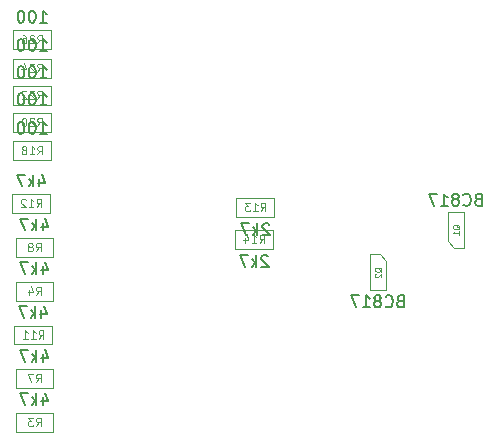
<source format=gbr>
G04 #@! TF.FileFunction,Other,Fab,Bot*
%FSLAX46Y46*%
G04 Gerber Fmt 4.6, Leading zero omitted, Abs format (unit mm)*
G04 Created by KiCad (PCBNEW 4.0.7) date 06/18/18 23:10:02*
%MOMM*%
%LPD*%
G01*
G04 APERTURE LIST*
%ADD10C,0.100000*%
%ADD11C,0.150000*%
%ADD12C,0.075000*%
%ADD13C,0.105000*%
G04 APERTURE END LIST*
D10*
X80400000Y-43150000D02*
X80400000Y-40700000D01*
X80950000Y-43720000D02*
X81800000Y-43720000D01*
X80400000Y-43150000D02*
X80950000Y-43720000D01*
X81800000Y-43720000D02*
X81800000Y-40680000D01*
X80400000Y-40680000D02*
X81800000Y-40680000D01*
X75200000Y-44850000D02*
X75200000Y-47300000D01*
X74650000Y-44280000D02*
X73800000Y-44280000D01*
X75200000Y-44850000D02*
X74650000Y-44280000D01*
X73800000Y-44280000D02*
X73800000Y-47320000D01*
X75200000Y-47320000D02*
X73800000Y-47320000D01*
X43800000Y-57700000D02*
X43800000Y-59300000D01*
X47000000Y-57700000D02*
X43800000Y-57700000D01*
X47000000Y-59300000D02*
X47000000Y-57700000D01*
X43800000Y-59300000D02*
X47000000Y-59300000D01*
X43800000Y-46600000D02*
X43800000Y-48200000D01*
X47000000Y-46600000D02*
X43800000Y-46600000D01*
X47000000Y-48200000D02*
X47000000Y-46600000D01*
X43800000Y-48200000D02*
X47000000Y-48200000D01*
X43800000Y-54000000D02*
X43800000Y-55600000D01*
X47000000Y-54000000D02*
X43800000Y-54000000D01*
X47000000Y-55600000D02*
X47000000Y-54000000D01*
X43800000Y-55600000D02*
X47000000Y-55600000D01*
X43800000Y-42900000D02*
X43800000Y-44500000D01*
X47000000Y-42900000D02*
X43800000Y-42900000D01*
X47000000Y-44500000D02*
X47000000Y-42900000D01*
X43800000Y-44500000D02*
X47000000Y-44500000D01*
X43700000Y-50300000D02*
X43700000Y-51900000D01*
X46900000Y-50300000D02*
X43700000Y-50300000D01*
X46900000Y-51900000D02*
X46900000Y-50300000D01*
X43700000Y-51900000D02*
X46900000Y-51900000D01*
X43525000Y-39175000D02*
X43525000Y-40775000D01*
X46725000Y-39175000D02*
X43525000Y-39175000D01*
X46725000Y-40775000D02*
X46725000Y-39175000D01*
X43525000Y-40775000D02*
X46725000Y-40775000D01*
X65700000Y-41100000D02*
X65700000Y-39500000D01*
X62500000Y-41100000D02*
X65700000Y-41100000D01*
X62500000Y-39500000D02*
X62500000Y-41100000D01*
X65700000Y-39500000D02*
X62500000Y-39500000D01*
X65600000Y-43800000D02*
X65600000Y-42200000D01*
X62400000Y-43800000D02*
X65600000Y-43800000D01*
X62400000Y-42200000D02*
X62400000Y-43800000D01*
X65600000Y-42200000D02*
X62400000Y-42200000D01*
X43600000Y-34700000D02*
X43600000Y-36300000D01*
X46800000Y-34700000D02*
X43600000Y-34700000D01*
X46800000Y-36300000D02*
X46800000Y-34700000D01*
X43600000Y-36300000D02*
X46800000Y-36300000D01*
X43600000Y-32300000D02*
X43600000Y-33900000D01*
X46800000Y-32300000D02*
X43600000Y-32300000D01*
X46800000Y-33900000D02*
X46800000Y-32300000D01*
X43600000Y-33900000D02*
X46800000Y-33900000D01*
X43600000Y-30000000D02*
X43600000Y-31600000D01*
X46800000Y-30000000D02*
X43600000Y-30000000D01*
X46800000Y-31600000D02*
X46800000Y-30000000D01*
X43600000Y-31600000D02*
X46800000Y-31600000D01*
X43600000Y-27700000D02*
X43600000Y-29300000D01*
X46800000Y-27700000D02*
X43600000Y-27700000D01*
X46800000Y-29300000D02*
X46800000Y-27700000D01*
X43600000Y-29300000D02*
X46800000Y-29300000D01*
X43600000Y-25300000D02*
X43600000Y-26900000D01*
X46800000Y-25300000D02*
X43600000Y-25300000D01*
X46800000Y-26900000D02*
X46800000Y-25300000D01*
X43600000Y-26900000D02*
X46800000Y-26900000D01*
D11*
X82957142Y-39628571D02*
X82814285Y-39676190D01*
X82766666Y-39723810D01*
X82719047Y-39819048D01*
X82719047Y-39961905D01*
X82766666Y-40057143D01*
X82814285Y-40104762D01*
X82909523Y-40152381D01*
X83290476Y-40152381D01*
X83290476Y-39152381D01*
X82957142Y-39152381D01*
X82861904Y-39200000D01*
X82814285Y-39247619D01*
X82766666Y-39342857D01*
X82766666Y-39438095D01*
X82814285Y-39533333D01*
X82861904Y-39580952D01*
X82957142Y-39628571D01*
X83290476Y-39628571D01*
X81719047Y-40057143D02*
X81766666Y-40104762D01*
X81909523Y-40152381D01*
X82004761Y-40152381D01*
X82147619Y-40104762D01*
X82242857Y-40009524D01*
X82290476Y-39914286D01*
X82338095Y-39723810D01*
X82338095Y-39580952D01*
X82290476Y-39390476D01*
X82242857Y-39295238D01*
X82147619Y-39200000D01*
X82004761Y-39152381D01*
X81909523Y-39152381D01*
X81766666Y-39200000D01*
X81719047Y-39247619D01*
X81147619Y-39580952D02*
X81242857Y-39533333D01*
X81290476Y-39485714D01*
X81338095Y-39390476D01*
X81338095Y-39342857D01*
X81290476Y-39247619D01*
X81242857Y-39200000D01*
X81147619Y-39152381D01*
X80957142Y-39152381D01*
X80861904Y-39200000D01*
X80814285Y-39247619D01*
X80766666Y-39342857D01*
X80766666Y-39390476D01*
X80814285Y-39485714D01*
X80861904Y-39533333D01*
X80957142Y-39580952D01*
X81147619Y-39580952D01*
X81242857Y-39628571D01*
X81290476Y-39676190D01*
X81338095Y-39771429D01*
X81338095Y-39961905D01*
X81290476Y-40057143D01*
X81242857Y-40104762D01*
X81147619Y-40152381D01*
X80957142Y-40152381D01*
X80861904Y-40104762D01*
X80814285Y-40057143D01*
X80766666Y-39961905D01*
X80766666Y-39771429D01*
X80814285Y-39676190D01*
X80861904Y-39628571D01*
X80957142Y-39580952D01*
X79814285Y-40152381D02*
X80385714Y-40152381D01*
X80100000Y-40152381D02*
X80100000Y-39152381D01*
X80195238Y-39295238D01*
X80290476Y-39390476D01*
X80385714Y-39438095D01*
X79480952Y-39152381D02*
X78814285Y-39152381D01*
X79242857Y-40152381D01*
D12*
X81373810Y-42152381D02*
X81350000Y-42104762D01*
X81302381Y-42057143D01*
X81230952Y-41985714D01*
X81207143Y-41938095D01*
X81207143Y-41890476D01*
X81326190Y-41914286D02*
X81302381Y-41866667D01*
X81254762Y-41819048D01*
X81159524Y-41795238D01*
X80992857Y-41795238D01*
X80897619Y-41819048D01*
X80850000Y-41866667D01*
X80826190Y-41914286D01*
X80826190Y-42009524D01*
X80850000Y-42057143D01*
X80897619Y-42104762D01*
X80992857Y-42128571D01*
X81159524Y-42128571D01*
X81254762Y-42104762D01*
X81302381Y-42057143D01*
X81326190Y-42009524D01*
X81326190Y-41914286D01*
X81326190Y-42604762D02*
X81326190Y-42319048D01*
X81326190Y-42461905D02*
X80826190Y-42461905D01*
X80897619Y-42414286D01*
X80945238Y-42366667D01*
X80969048Y-42319048D01*
D11*
X76357142Y-48228571D02*
X76214285Y-48276190D01*
X76166666Y-48323810D01*
X76119047Y-48419048D01*
X76119047Y-48561905D01*
X76166666Y-48657143D01*
X76214285Y-48704762D01*
X76309523Y-48752381D01*
X76690476Y-48752381D01*
X76690476Y-47752381D01*
X76357142Y-47752381D01*
X76261904Y-47800000D01*
X76214285Y-47847619D01*
X76166666Y-47942857D01*
X76166666Y-48038095D01*
X76214285Y-48133333D01*
X76261904Y-48180952D01*
X76357142Y-48228571D01*
X76690476Y-48228571D01*
X75119047Y-48657143D02*
X75166666Y-48704762D01*
X75309523Y-48752381D01*
X75404761Y-48752381D01*
X75547619Y-48704762D01*
X75642857Y-48609524D01*
X75690476Y-48514286D01*
X75738095Y-48323810D01*
X75738095Y-48180952D01*
X75690476Y-47990476D01*
X75642857Y-47895238D01*
X75547619Y-47800000D01*
X75404761Y-47752381D01*
X75309523Y-47752381D01*
X75166666Y-47800000D01*
X75119047Y-47847619D01*
X74547619Y-48180952D02*
X74642857Y-48133333D01*
X74690476Y-48085714D01*
X74738095Y-47990476D01*
X74738095Y-47942857D01*
X74690476Y-47847619D01*
X74642857Y-47800000D01*
X74547619Y-47752381D01*
X74357142Y-47752381D01*
X74261904Y-47800000D01*
X74214285Y-47847619D01*
X74166666Y-47942857D01*
X74166666Y-47990476D01*
X74214285Y-48085714D01*
X74261904Y-48133333D01*
X74357142Y-48180952D01*
X74547619Y-48180952D01*
X74642857Y-48228571D01*
X74690476Y-48276190D01*
X74738095Y-48371429D01*
X74738095Y-48561905D01*
X74690476Y-48657143D01*
X74642857Y-48704762D01*
X74547619Y-48752381D01*
X74357142Y-48752381D01*
X74261904Y-48704762D01*
X74214285Y-48657143D01*
X74166666Y-48561905D01*
X74166666Y-48371429D01*
X74214285Y-48276190D01*
X74261904Y-48228571D01*
X74357142Y-48180952D01*
X73214285Y-48752381D02*
X73785714Y-48752381D01*
X73500000Y-48752381D02*
X73500000Y-47752381D01*
X73595238Y-47895238D01*
X73690476Y-47990476D01*
X73785714Y-48038095D01*
X72880952Y-47752381D02*
X72214285Y-47752381D01*
X72642857Y-48752381D01*
D12*
X74773810Y-45752381D02*
X74750000Y-45704762D01*
X74702381Y-45657143D01*
X74630952Y-45585714D01*
X74607143Y-45538095D01*
X74607143Y-45490476D01*
X74726190Y-45514286D02*
X74702381Y-45466667D01*
X74654762Y-45419048D01*
X74559524Y-45395238D01*
X74392857Y-45395238D01*
X74297619Y-45419048D01*
X74250000Y-45466667D01*
X74226190Y-45514286D01*
X74226190Y-45609524D01*
X74250000Y-45657143D01*
X74297619Y-45704762D01*
X74392857Y-45728571D01*
X74559524Y-45728571D01*
X74654762Y-45704762D01*
X74702381Y-45657143D01*
X74726190Y-45609524D01*
X74726190Y-45514286D01*
X74273810Y-45919048D02*
X74250000Y-45942858D01*
X74226190Y-45990477D01*
X74226190Y-46109524D01*
X74250000Y-46157143D01*
X74273810Y-46180953D01*
X74321429Y-46204762D01*
X74369048Y-46204762D01*
X74440476Y-46180953D01*
X74726190Y-45895239D01*
X74726190Y-46204762D01*
D11*
X46090476Y-56385714D02*
X46090476Y-57052381D01*
X46328572Y-56004762D02*
X46566667Y-56719048D01*
X45947619Y-56719048D01*
X45566667Y-57052381D02*
X45566667Y-56052381D01*
X45471429Y-56671429D02*
X45185714Y-57052381D01*
X45185714Y-56385714D02*
X45566667Y-56766667D01*
X44852381Y-56052381D02*
X44185714Y-56052381D01*
X44614286Y-57052381D01*
D13*
X45516666Y-58816667D02*
X45750000Y-58483333D01*
X45916666Y-58816667D02*
X45916666Y-58116667D01*
X45650000Y-58116667D01*
X45583333Y-58150000D01*
X45550000Y-58183333D01*
X45516666Y-58250000D01*
X45516666Y-58350000D01*
X45550000Y-58416667D01*
X45583333Y-58450000D01*
X45650000Y-58483333D01*
X45916666Y-58483333D01*
X45283333Y-58116667D02*
X44850000Y-58116667D01*
X45083333Y-58383333D01*
X44983333Y-58383333D01*
X44916666Y-58416667D01*
X44883333Y-58450000D01*
X44850000Y-58516667D01*
X44850000Y-58683333D01*
X44883333Y-58750000D01*
X44916666Y-58783333D01*
X44983333Y-58816667D01*
X45183333Y-58816667D01*
X45250000Y-58783333D01*
X45283333Y-58750000D01*
D11*
X46090476Y-45285714D02*
X46090476Y-45952381D01*
X46328572Y-44904762D02*
X46566667Y-45619048D01*
X45947619Y-45619048D01*
X45566667Y-45952381D02*
X45566667Y-44952381D01*
X45471429Y-45571429D02*
X45185714Y-45952381D01*
X45185714Y-45285714D02*
X45566667Y-45666667D01*
X44852381Y-44952381D02*
X44185714Y-44952381D01*
X44614286Y-45952381D01*
D13*
X45516666Y-47716667D02*
X45750000Y-47383333D01*
X45916666Y-47716667D02*
X45916666Y-47016667D01*
X45650000Y-47016667D01*
X45583333Y-47050000D01*
X45550000Y-47083333D01*
X45516666Y-47150000D01*
X45516666Y-47250000D01*
X45550000Y-47316667D01*
X45583333Y-47350000D01*
X45650000Y-47383333D01*
X45916666Y-47383333D01*
X44916666Y-47250000D02*
X44916666Y-47716667D01*
X45083333Y-46983333D02*
X45250000Y-47483333D01*
X44816666Y-47483333D01*
D11*
X46090476Y-52685714D02*
X46090476Y-53352381D01*
X46328572Y-52304762D02*
X46566667Y-53019048D01*
X45947619Y-53019048D01*
X45566667Y-53352381D02*
X45566667Y-52352381D01*
X45471429Y-52971429D02*
X45185714Y-53352381D01*
X45185714Y-52685714D02*
X45566667Y-53066667D01*
X44852381Y-52352381D02*
X44185714Y-52352381D01*
X44614286Y-53352381D01*
D13*
X45516666Y-55116667D02*
X45750000Y-54783333D01*
X45916666Y-55116667D02*
X45916666Y-54416667D01*
X45650000Y-54416667D01*
X45583333Y-54450000D01*
X45550000Y-54483333D01*
X45516666Y-54550000D01*
X45516666Y-54650000D01*
X45550000Y-54716667D01*
X45583333Y-54750000D01*
X45650000Y-54783333D01*
X45916666Y-54783333D01*
X45283333Y-54416667D02*
X44816666Y-54416667D01*
X45116666Y-55116667D01*
D11*
X46090476Y-41585714D02*
X46090476Y-42252381D01*
X46328572Y-41204762D02*
X46566667Y-41919048D01*
X45947619Y-41919048D01*
X45566667Y-42252381D02*
X45566667Y-41252381D01*
X45471429Y-41871429D02*
X45185714Y-42252381D01*
X45185714Y-41585714D02*
X45566667Y-41966667D01*
X44852381Y-41252381D02*
X44185714Y-41252381D01*
X44614286Y-42252381D01*
D13*
X45516666Y-44016667D02*
X45750000Y-43683333D01*
X45916666Y-44016667D02*
X45916666Y-43316667D01*
X45650000Y-43316667D01*
X45583333Y-43350000D01*
X45550000Y-43383333D01*
X45516666Y-43450000D01*
X45516666Y-43550000D01*
X45550000Y-43616667D01*
X45583333Y-43650000D01*
X45650000Y-43683333D01*
X45916666Y-43683333D01*
X45116666Y-43616667D02*
X45183333Y-43583333D01*
X45216666Y-43550000D01*
X45250000Y-43483333D01*
X45250000Y-43450000D01*
X45216666Y-43383333D01*
X45183333Y-43350000D01*
X45116666Y-43316667D01*
X44983333Y-43316667D01*
X44916666Y-43350000D01*
X44883333Y-43383333D01*
X44850000Y-43450000D01*
X44850000Y-43483333D01*
X44883333Y-43550000D01*
X44916666Y-43583333D01*
X44983333Y-43616667D01*
X45116666Y-43616667D01*
X45183333Y-43650000D01*
X45216666Y-43683333D01*
X45250000Y-43750000D01*
X45250000Y-43883333D01*
X45216666Y-43950000D01*
X45183333Y-43983333D01*
X45116666Y-44016667D01*
X44983333Y-44016667D01*
X44916666Y-43983333D01*
X44883333Y-43950000D01*
X44850000Y-43883333D01*
X44850000Y-43750000D01*
X44883333Y-43683333D01*
X44916666Y-43650000D01*
X44983333Y-43616667D01*
D11*
X45990476Y-48985714D02*
X45990476Y-49652381D01*
X46228572Y-48604762D02*
X46466667Y-49319048D01*
X45847619Y-49319048D01*
X45466667Y-49652381D02*
X45466667Y-48652381D01*
X45371429Y-49271429D02*
X45085714Y-49652381D01*
X45085714Y-48985714D02*
X45466667Y-49366667D01*
X44752381Y-48652381D02*
X44085714Y-48652381D01*
X44514286Y-49652381D01*
D13*
X45750000Y-51416667D02*
X45983334Y-51083333D01*
X46150000Y-51416667D02*
X46150000Y-50716667D01*
X45883334Y-50716667D01*
X45816667Y-50750000D01*
X45783334Y-50783333D01*
X45750000Y-50850000D01*
X45750000Y-50950000D01*
X45783334Y-51016667D01*
X45816667Y-51050000D01*
X45883334Y-51083333D01*
X46150000Y-51083333D01*
X45083334Y-51416667D02*
X45483334Y-51416667D01*
X45283334Y-51416667D02*
X45283334Y-50716667D01*
X45350000Y-50816667D01*
X45416667Y-50883333D01*
X45483334Y-50916667D01*
X44416667Y-51416667D02*
X44816667Y-51416667D01*
X44616667Y-51416667D02*
X44616667Y-50716667D01*
X44683333Y-50816667D01*
X44750000Y-50883333D01*
X44816667Y-50916667D01*
D11*
X45815476Y-37860714D02*
X45815476Y-38527381D01*
X46053572Y-37479762D02*
X46291667Y-38194048D01*
X45672619Y-38194048D01*
X45291667Y-38527381D02*
X45291667Y-37527381D01*
X45196429Y-38146429D02*
X44910714Y-38527381D01*
X44910714Y-37860714D02*
X45291667Y-38241667D01*
X44577381Y-37527381D02*
X43910714Y-37527381D01*
X44339286Y-38527381D01*
D13*
X45575000Y-40291667D02*
X45808334Y-39958333D01*
X45975000Y-40291667D02*
X45975000Y-39591667D01*
X45708334Y-39591667D01*
X45641667Y-39625000D01*
X45608334Y-39658333D01*
X45575000Y-39725000D01*
X45575000Y-39825000D01*
X45608334Y-39891667D01*
X45641667Y-39925000D01*
X45708334Y-39958333D01*
X45975000Y-39958333D01*
X44908334Y-40291667D02*
X45308334Y-40291667D01*
X45108334Y-40291667D02*
X45108334Y-39591667D01*
X45175000Y-39691667D01*
X45241667Y-39758333D01*
X45308334Y-39791667D01*
X44641667Y-39658333D02*
X44608333Y-39625000D01*
X44541667Y-39591667D01*
X44375000Y-39591667D01*
X44308333Y-39625000D01*
X44275000Y-39658333D01*
X44241667Y-39725000D01*
X44241667Y-39791667D01*
X44275000Y-39891667D01*
X44675000Y-40291667D01*
X44241667Y-40291667D01*
D11*
X65266667Y-41747619D02*
X65219048Y-41700000D01*
X65123810Y-41652381D01*
X64885714Y-41652381D01*
X64790476Y-41700000D01*
X64742857Y-41747619D01*
X64695238Y-41842857D01*
X64695238Y-41938095D01*
X64742857Y-42080952D01*
X65314286Y-42652381D01*
X64695238Y-42652381D01*
X64266667Y-42652381D02*
X64266667Y-41652381D01*
X64171429Y-42271429D02*
X63885714Y-42652381D01*
X63885714Y-41985714D02*
X64266667Y-42366667D01*
X63552381Y-41652381D02*
X62885714Y-41652381D01*
X63314286Y-42652381D01*
D13*
X64550000Y-40616667D02*
X64783334Y-40283333D01*
X64950000Y-40616667D02*
X64950000Y-39916667D01*
X64683334Y-39916667D01*
X64616667Y-39950000D01*
X64583334Y-39983333D01*
X64550000Y-40050000D01*
X64550000Y-40150000D01*
X64583334Y-40216667D01*
X64616667Y-40250000D01*
X64683334Y-40283333D01*
X64950000Y-40283333D01*
X63883334Y-40616667D02*
X64283334Y-40616667D01*
X64083334Y-40616667D02*
X64083334Y-39916667D01*
X64150000Y-40016667D01*
X64216667Y-40083333D01*
X64283334Y-40116667D01*
X63650000Y-39916667D02*
X63216667Y-39916667D01*
X63450000Y-40183333D01*
X63350000Y-40183333D01*
X63283333Y-40216667D01*
X63250000Y-40250000D01*
X63216667Y-40316667D01*
X63216667Y-40483333D01*
X63250000Y-40550000D01*
X63283333Y-40583333D01*
X63350000Y-40616667D01*
X63550000Y-40616667D01*
X63616667Y-40583333D01*
X63650000Y-40550000D01*
D11*
X65166667Y-44447619D02*
X65119048Y-44400000D01*
X65023810Y-44352381D01*
X64785714Y-44352381D01*
X64690476Y-44400000D01*
X64642857Y-44447619D01*
X64595238Y-44542857D01*
X64595238Y-44638095D01*
X64642857Y-44780952D01*
X65214286Y-45352381D01*
X64595238Y-45352381D01*
X64166667Y-45352381D02*
X64166667Y-44352381D01*
X64071429Y-44971429D02*
X63785714Y-45352381D01*
X63785714Y-44685714D02*
X64166667Y-45066667D01*
X63452381Y-44352381D02*
X62785714Y-44352381D01*
X63214286Y-45352381D01*
D13*
X64450000Y-43316667D02*
X64683334Y-42983333D01*
X64850000Y-43316667D02*
X64850000Y-42616667D01*
X64583334Y-42616667D01*
X64516667Y-42650000D01*
X64483334Y-42683333D01*
X64450000Y-42750000D01*
X64450000Y-42850000D01*
X64483334Y-42916667D01*
X64516667Y-42950000D01*
X64583334Y-42983333D01*
X64850000Y-42983333D01*
X63783334Y-43316667D02*
X64183334Y-43316667D01*
X63983334Y-43316667D02*
X63983334Y-42616667D01*
X64050000Y-42716667D01*
X64116667Y-42783333D01*
X64183334Y-42816667D01*
X63183333Y-42850000D02*
X63183333Y-43316667D01*
X63350000Y-42583333D02*
X63516667Y-43083333D01*
X63083333Y-43083333D01*
D11*
X45866666Y-34052381D02*
X46438095Y-34052381D01*
X46152381Y-34052381D02*
X46152381Y-33052381D01*
X46247619Y-33195238D01*
X46342857Y-33290476D01*
X46438095Y-33338095D01*
X45247619Y-33052381D02*
X45152380Y-33052381D01*
X45057142Y-33100000D01*
X45009523Y-33147619D01*
X44961904Y-33242857D01*
X44914285Y-33433333D01*
X44914285Y-33671429D01*
X44961904Y-33861905D01*
X45009523Y-33957143D01*
X45057142Y-34004762D01*
X45152380Y-34052381D01*
X45247619Y-34052381D01*
X45342857Y-34004762D01*
X45390476Y-33957143D01*
X45438095Y-33861905D01*
X45485714Y-33671429D01*
X45485714Y-33433333D01*
X45438095Y-33242857D01*
X45390476Y-33147619D01*
X45342857Y-33100000D01*
X45247619Y-33052381D01*
X44295238Y-33052381D02*
X44199999Y-33052381D01*
X44104761Y-33100000D01*
X44057142Y-33147619D01*
X44009523Y-33242857D01*
X43961904Y-33433333D01*
X43961904Y-33671429D01*
X44009523Y-33861905D01*
X44057142Y-33957143D01*
X44104761Y-34004762D01*
X44199999Y-34052381D01*
X44295238Y-34052381D01*
X44390476Y-34004762D01*
X44438095Y-33957143D01*
X44485714Y-33861905D01*
X44533333Y-33671429D01*
X44533333Y-33433333D01*
X44485714Y-33242857D01*
X44438095Y-33147619D01*
X44390476Y-33100000D01*
X44295238Y-33052381D01*
D13*
X45650000Y-35816667D02*
X45883334Y-35483333D01*
X46050000Y-35816667D02*
X46050000Y-35116667D01*
X45783334Y-35116667D01*
X45716667Y-35150000D01*
X45683334Y-35183333D01*
X45650000Y-35250000D01*
X45650000Y-35350000D01*
X45683334Y-35416667D01*
X45716667Y-35450000D01*
X45783334Y-35483333D01*
X46050000Y-35483333D01*
X44983334Y-35816667D02*
X45383334Y-35816667D01*
X45183334Y-35816667D02*
X45183334Y-35116667D01*
X45250000Y-35216667D01*
X45316667Y-35283333D01*
X45383334Y-35316667D01*
X44583333Y-35416667D02*
X44650000Y-35383333D01*
X44683333Y-35350000D01*
X44716667Y-35283333D01*
X44716667Y-35250000D01*
X44683333Y-35183333D01*
X44650000Y-35150000D01*
X44583333Y-35116667D01*
X44450000Y-35116667D01*
X44383333Y-35150000D01*
X44350000Y-35183333D01*
X44316667Y-35250000D01*
X44316667Y-35283333D01*
X44350000Y-35350000D01*
X44383333Y-35383333D01*
X44450000Y-35416667D01*
X44583333Y-35416667D01*
X44650000Y-35450000D01*
X44683333Y-35483333D01*
X44716667Y-35550000D01*
X44716667Y-35683333D01*
X44683333Y-35750000D01*
X44650000Y-35783333D01*
X44583333Y-35816667D01*
X44450000Y-35816667D01*
X44383333Y-35783333D01*
X44350000Y-35750000D01*
X44316667Y-35683333D01*
X44316667Y-35550000D01*
X44350000Y-35483333D01*
X44383333Y-35450000D01*
X44450000Y-35416667D01*
D11*
X45866666Y-31652381D02*
X46438095Y-31652381D01*
X46152381Y-31652381D02*
X46152381Y-30652381D01*
X46247619Y-30795238D01*
X46342857Y-30890476D01*
X46438095Y-30938095D01*
X45247619Y-30652381D02*
X45152380Y-30652381D01*
X45057142Y-30700000D01*
X45009523Y-30747619D01*
X44961904Y-30842857D01*
X44914285Y-31033333D01*
X44914285Y-31271429D01*
X44961904Y-31461905D01*
X45009523Y-31557143D01*
X45057142Y-31604762D01*
X45152380Y-31652381D01*
X45247619Y-31652381D01*
X45342857Y-31604762D01*
X45390476Y-31557143D01*
X45438095Y-31461905D01*
X45485714Y-31271429D01*
X45485714Y-31033333D01*
X45438095Y-30842857D01*
X45390476Y-30747619D01*
X45342857Y-30700000D01*
X45247619Y-30652381D01*
X44295238Y-30652381D02*
X44199999Y-30652381D01*
X44104761Y-30700000D01*
X44057142Y-30747619D01*
X44009523Y-30842857D01*
X43961904Y-31033333D01*
X43961904Y-31271429D01*
X44009523Y-31461905D01*
X44057142Y-31557143D01*
X44104761Y-31604762D01*
X44199999Y-31652381D01*
X44295238Y-31652381D01*
X44390476Y-31604762D01*
X44438095Y-31557143D01*
X44485714Y-31461905D01*
X44533333Y-31271429D01*
X44533333Y-31033333D01*
X44485714Y-30842857D01*
X44438095Y-30747619D01*
X44390476Y-30700000D01*
X44295238Y-30652381D01*
D13*
X45650000Y-33416667D02*
X45883334Y-33083333D01*
X46050000Y-33416667D02*
X46050000Y-32716667D01*
X45783334Y-32716667D01*
X45716667Y-32750000D01*
X45683334Y-32783333D01*
X45650000Y-32850000D01*
X45650000Y-32950000D01*
X45683334Y-33016667D01*
X45716667Y-33050000D01*
X45783334Y-33083333D01*
X46050000Y-33083333D01*
X45383334Y-32783333D02*
X45350000Y-32750000D01*
X45283334Y-32716667D01*
X45116667Y-32716667D01*
X45050000Y-32750000D01*
X45016667Y-32783333D01*
X44983334Y-32850000D01*
X44983334Y-32916667D01*
X45016667Y-33016667D01*
X45416667Y-33416667D01*
X44983334Y-33416667D01*
X44550000Y-32716667D02*
X44483333Y-32716667D01*
X44416667Y-32750000D01*
X44383333Y-32783333D01*
X44350000Y-32850000D01*
X44316667Y-32983333D01*
X44316667Y-33150000D01*
X44350000Y-33283333D01*
X44383333Y-33350000D01*
X44416667Y-33383333D01*
X44483333Y-33416667D01*
X44550000Y-33416667D01*
X44616667Y-33383333D01*
X44650000Y-33350000D01*
X44683333Y-33283333D01*
X44716667Y-33150000D01*
X44716667Y-32983333D01*
X44683333Y-32850000D01*
X44650000Y-32783333D01*
X44616667Y-32750000D01*
X44550000Y-32716667D01*
D11*
X45866666Y-29352381D02*
X46438095Y-29352381D01*
X46152381Y-29352381D02*
X46152381Y-28352381D01*
X46247619Y-28495238D01*
X46342857Y-28590476D01*
X46438095Y-28638095D01*
X45247619Y-28352381D02*
X45152380Y-28352381D01*
X45057142Y-28400000D01*
X45009523Y-28447619D01*
X44961904Y-28542857D01*
X44914285Y-28733333D01*
X44914285Y-28971429D01*
X44961904Y-29161905D01*
X45009523Y-29257143D01*
X45057142Y-29304762D01*
X45152380Y-29352381D01*
X45247619Y-29352381D01*
X45342857Y-29304762D01*
X45390476Y-29257143D01*
X45438095Y-29161905D01*
X45485714Y-28971429D01*
X45485714Y-28733333D01*
X45438095Y-28542857D01*
X45390476Y-28447619D01*
X45342857Y-28400000D01*
X45247619Y-28352381D01*
X44295238Y-28352381D02*
X44199999Y-28352381D01*
X44104761Y-28400000D01*
X44057142Y-28447619D01*
X44009523Y-28542857D01*
X43961904Y-28733333D01*
X43961904Y-28971429D01*
X44009523Y-29161905D01*
X44057142Y-29257143D01*
X44104761Y-29304762D01*
X44199999Y-29352381D01*
X44295238Y-29352381D01*
X44390476Y-29304762D01*
X44438095Y-29257143D01*
X44485714Y-29161905D01*
X44533333Y-28971429D01*
X44533333Y-28733333D01*
X44485714Y-28542857D01*
X44438095Y-28447619D01*
X44390476Y-28400000D01*
X44295238Y-28352381D01*
D13*
X45650000Y-31116667D02*
X45883334Y-30783333D01*
X46050000Y-31116667D02*
X46050000Y-30416667D01*
X45783334Y-30416667D01*
X45716667Y-30450000D01*
X45683334Y-30483333D01*
X45650000Y-30550000D01*
X45650000Y-30650000D01*
X45683334Y-30716667D01*
X45716667Y-30750000D01*
X45783334Y-30783333D01*
X46050000Y-30783333D01*
X45383334Y-30483333D02*
X45350000Y-30450000D01*
X45283334Y-30416667D01*
X45116667Y-30416667D01*
X45050000Y-30450000D01*
X45016667Y-30483333D01*
X44983334Y-30550000D01*
X44983334Y-30616667D01*
X45016667Y-30716667D01*
X45416667Y-31116667D01*
X44983334Y-31116667D01*
X44716667Y-30483333D02*
X44683333Y-30450000D01*
X44616667Y-30416667D01*
X44450000Y-30416667D01*
X44383333Y-30450000D01*
X44350000Y-30483333D01*
X44316667Y-30550000D01*
X44316667Y-30616667D01*
X44350000Y-30716667D01*
X44750000Y-31116667D01*
X44316667Y-31116667D01*
D11*
X45866666Y-27052381D02*
X46438095Y-27052381D01*
X46152381Y-27052381D02*
X46152381Y-26052381D01*
X46247619Y-26195238D01*
X46342857Y-26290476D01*
X46438095Y-26338095D01*
X45247619Y-26052381D02*
X45152380Y-26052381D01*
X45057142Y-26100000D01*
X45009523Y-26147619D01*
X44961904Y-26242857D01*
X44914285Y-26433333D01*
X44914285Y-26671429D01*
X44961904Y-26861905D01*
X45009523Y-26957143D01*
X45057142Y-27004762D01*
X45152380Y-27052381D01*
X45247619Y-27052381D01*
X45342857Y-27004762D01*
X45390476Y-26957143D01*
X45438095Y-26861905D01*
X45485714Y-26671429D01*
X45485714Y-26433333D01*
X45438095Y-26242857D01*
X45390476Y-26147619D01*
X45342857Y-26100000D01*
X45247619Y-26052381D01*
X44295238Y-26052381D02*
X44199999Y-26052381D01*
X44104761Y-26100000D01*
X44057142Y-26147619D01*
X44009523Y-26242857D01*
X43961904Y-26433333D01*
X43961904Y-26671429D01*
X44009523Y-26861905D01*
X44057142Y-26957143D01*
X44104761Y-27004762D01*
X44199999Y-27052381D01*
X44295238Y-27052381D01*
X44390476Y-27004762D01*
X44438095Y-26957143D01*
X44485714Y-26861905D01*
X44533333Y-26671429D01*
X44533333Y-26433333D01*
X44485714Y-26242857D01*
X44438095Y-26147619D01*
X44390476Y-26100000D01*
X44295238Y-26052381D01*
D13*
X45650000Y-28816667D02*
X45883334Y-28483333D01*
X46050000Y-28816667D02*
X46050000Y-28116667D01*
X45783334Y-28116667D01*
X45716667Y-28150000D01*
X45683334Y-28183333D01*
X45650000Y-28250000D01*
X45650000Y-28350000D01*
X45683334Y-28416667D01*
X45716667Y-28450000D01*
X45783334Y-28483333D01*
X46050000Y-28483333D01*
X45383334Y-28183333D02*
X45350000Y-28150000D01*
X45283334Y-28116667D01*
X45116667Y-28116667D01*
X45050000Y-28150000D01*
X45016667Y-28183333D01*
X44983334Y-28250000D01*
X44983334Y-28316667D01*
X45016667Y-28416667D01*
X45416667Y-28816667D01*
X44983334Y-28816667D01*
X44383333Y-28350000D02*
X44383333Y-28816667D01*
X44550000Y-28083333D02*
X44716667Y-28583333D01*
X44283333Y-28583333D01*
D11*
X45866666Y-24652381D02*
X46438095Y-24652381D01*
X46152381Y-24652381D02*
X46152381Y-23652381D01*
X46247619Y-23795238D01*
X46342857Y-23890476D01*
X46438095Y-23938095D01*
X45247619Y-23652381D02*
X45152380Y-23652381D01*
X45057142Y-23700000D01*
X45009523Y-23747619D01*
X44961904Y-23842857D01*
X44914285Y-24033333D01*
X44914285Y-24271429D01*
X44961904Y-24461905D01*
X45009523Y-24557143D01*
X45057142Y-24604762D01*
X45152380Y-24652381D01*
X45247619Y-24652381D01*
X45342857Y-24604762D01*
X45390476Y-24557143D01*
X45438095Y-24461905D01*
X45485714Y-24271429D01*
X45485714Y-24033333D01*
X45438095Y-23842857D01*
X45390476Y-23747619D01*
X45342857Y-23700000D01*
X45247619Y-23652381D01*
X44295238Y-23652381D02*
X44199999Y-23652381D01*
X44104761Y-23700000D01*
X44057142Y-23747619D01*
X44009523Y-23842857D01*
X43961904Y-24033333D01*
X43961904Y-24271429D01*
X44009523Y-24461905D01*
X44057142Y-24557143D01*
X44104761Y-24604762D01*
X44199999Y-24652381D01*
X44295238Y-24652381D01*
X44390476Y-24604762D01*
X44438095Y-24557143D01*
X44485714Y-24461905D01*
X44533333Y-24271429D01*
X44533333Y-24033333D01*
X44485714Y-23842857D01*
X44438095Y-23747619D01*
X44390476Y-23700000D01*
X44295238Y-23652381D01*
D13*
X45650000Y-26416667D02*
X45883334Y-26083333D01*
X46050000Y-26416667D02*
X46050000Y-25716667D01*
X45783334Y-25716667D01*
X45716667Y-25750000D01*
X45683334Y-25783333D01*
X45650000Y-25850000D01*
X45650000Y-25950000D01*
X45683334Y-26016667D01*
X45716667Y-26050000D01*
X45783334Y-26083333D01*
X46050000Y-26083333D01*
X45383334Y-25783333D02*
X45350000Y-25750000D01*
X45283334Y-25716667D01*
X45116667Y-25716667D01*
X45050000Y-25750000D01*
X45016667Y-25783333D01*
X44983334Y-25850000D01*
X44983334Y-25916667D01*
X45016667Y-26016667D01*
X45416667Y-26416667D01*
X44983334Y-26416667D01*
X44383333Y-25716667D02*
X44516667Y-25716667D01*
X44583333Y-25750000D01*
X44616667Y-25783333D01*
X44683333Y-25883333D01*
X44716667Y-26016667D01*
X44716667Y-26283333D01*
X44683333Y-26350000D01*
X44650000Y-26383333D01*
X44583333Y-26416667D01*
X44450000Y-26416667D01*
X44383333Y-26383333D01*
X44350000Y-26350000D01*
X44316667Y-26283333D01*
X44316667Y-26116667D01*
X44350000Y-26050000D01*
X44383333Y-26016667D01*
X44450000Y-25983333D01*
X44583333Y-25983333D01*
X44650000Y-26016667D01*
X44683333Y-26050000D01*
X44716667Y-26116667D01*
M02*

</source>
